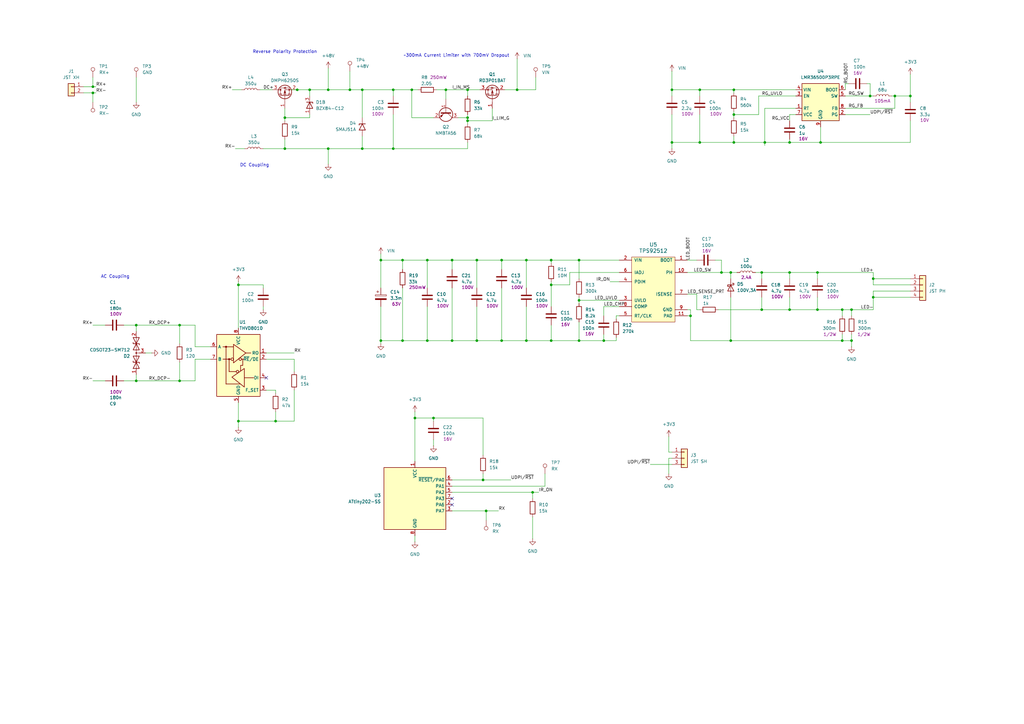
<source format=kicad_sch>
(kicad_sch (version 20231120) (generator "eeschema") (generator_version "8.0")
  (paper "A3")
  (junction (at 212.09 36.83))
  (junction (at 134.62 60.96))
  (junction (at 345.44 127))
  (junction (at 143.51 36.83))
  (junction (at 191.77 36.83))
  (junction (at 283.21 129.54))
  (junction (at 215.9 139.7))
  (junction (at 97.79 116.84))
  (junction (at 237.49 139.7))
  (junction (at 73.66 133.35))
  (junction (at 358.14 114.3))
  (junction (at 226.06 116.84))
  (junction (at 300.99 46.99))
  (junction (at 349.25 127))
  (junction (at 38.1 38.1))
  (junction (at 195.58 139.7))
  (junction (at 275.59 58.42))
  (junction (at 55.88 156.21))
  (junction (at 349.25 139.7))
  (junction (at 73.66 156.21))
  (junction (at 323.85 127))
  (junction (at 177.8 171.45))
  (junction (at 113.03 172.72))
  (junction (at 175.26 139.7))
  (junction (at 199.39 209.55))
  (junction (at 185.42 139.7))
  (junction (at 335.28 111.76))
  (junction (at 287.02 36.83))
  (junction (at 373.38 39.37))
  (junction (at 127 36.83))
  (junction (at 335.28 127))
  (junction (at 205.74 139.7))
  (junction (at 323.85 58.42))
  (junction (at 156.21 139.7))
  (junction (at 247.65 139.7))
  (junction (at 237.49 123.19))
  (junction (at 148.59 36.83))
  (junction (at 97.79 172.72))
  (junction (at 215.9 106.68))
  (junction (at 287.02 58.42))
  (junction (at 336.55 58.42))
  (junction (at 295.91 111.76))
  (junction (at 300.99 58.42))
  (junction (at 116.84 60.96))
  (junction (at 356.87 39.37))
  (junction (at 161.29 60.96))
  (junction (at 182.88 36.83))
  (junction (at 367.03 39.37))
  (junction (at 218.44 201.93))
  (junction (at 55.88 133.35))
  (junction (at 121.92 36.83))
  (junction (at 198.12 196.85))
  (junction (at 299.72 139.7))
  (junction (at 191.77 48.26))
  (junction (at 205.74 106.68))
  (junction (at 312.42 111.76))
  (junction (at 195.58 106.68))
  (junction (at 191.77 49.53))
  (junction (at 237.49 106.68))
  (junction (at 226.06 139.7))
  (junction (at 358.14 121.92))
  (junction (at 116.84 48.26))
  (junction (at 170.18 171.45))
  (junction (at 165.1 139.7))
  (junction (at 345.44 139.7))
  (junction (at 275.59 36.83))
  (junction (at 156.21 106.68))
  (junction (at 226.06 106.68))
  (junction (at 299.72 111.76))
  (junction (at 175.26 106.68))
  (junction (at 185.42 106.68))
  (junction (at 148.59 60.96))
  (junction (at 165.1 106.68))
  (junction (at 134.62 36.83))
  (junction (at 312.42 127))
  (junction (at 168.91 36.83))
  (junction (at 38.1 35.56))
  (junction (at 300.99 36.83))
  (junction (at 313.69 58.42))
  (junction (at 161.29 36.83))
  (junction (at 323.85 111.76))
  (no_connect (at 185.42 204.47))
  (no_connect (at 185.42 207.01))
  (no_connect (at 109.22 154.94))
  (wire (pts (xy 116.84 48.26) (xy 127 48.26)))
  (wire (pts (xy 80.01 133.35) (xy 80.01 142.24)))
  (wire (pts (xy 170.18 219.71) (xy 170.18 222.25)))
  (wire (pts (xy 358.14 114.3) (xy 373.38 114.3)))
  (wire (pts (xy 205.74 118.11) (xy 205.74 139.7)))
  (wire (pts (xy 168.91 48.26) (xy 177.8 48.26)))
  (wire (pts (xy 156.21 139.7) (xy 165.1 139.7)))
  (wire (pts (xy 121.92 36.83) (xy 127 36.83)))
  (wire (pts (xy 285.75 127) (xy 287.02 127)))
  (wire (pts (xy 275.59 58.42) (xy 287.02 58.42)))
  (wire (pts (xy 237.49 121.92) (xy 237.49 123.19)))
  (wire (pts (xy 237.49 123.19) (xy 254 123.19)))
  (wire (pts (xy 373.38 39.37) (xy 373.38 41.91)))
  (wire (pts (xy 96.52 60.96) (xy 100.33 60.96)))
  (wire (pts (xy 346.71 46.99) (xy 356.87 46.99)))
  (wire (pts (xy 55.88 156.21) (xy 55.88 153.67)))
  (wire (pts (xy 161.29 46.99) (xy 161.29 60.96)))
  (wire (pts (xy 195.58 139.7) (xy 185.42 139.7)))
  (wire (pts (xy 195.58 106.68) (xy 195.58 118.11)))
  (wire (pts (xy 106.68 36.83) (xy 111.76 36.83)))
  (wire (pts (xy 148.59 55.88) (xy 148.59 60.96)))
  (wire (pts (xy 233.68 111.76) (xy 254 111.76)))
  (wire (pts (xy 233.68 111.76) (xy 233.68 116.84)))
  (wire (pts (xy 185.42 201.93) (xy 218.44 201.93)))
  (wire (pts (xy 356.87 39.37) (xy 356.87 34.29)))
  (wire (pts (xy 148.59 36.83) (xy 148.59 48.26)))
  (wire (pts (xy 274.32 187.96) (xy 274.32 194.31)))
  (wire (pts (xy 365.76 39.37) (xy 367.03 39.37)))
  (wire (pts (xy 300.99 46.99) (xy 311.15 46.99)))
  (wire (pts (xy 156.21 106.68) (xy 156.21 118.11)))
  (wire (pts (xy 252.73 139.7) (xy 252.73 138.43)))
  (wire (pts (xy 127 36.83) (xy 127 39.37)))
  (wire (pts (xy 212.09 36.83) (xy 219.71 36.83)))
  (wire (pts (xy 177.8 172.72) (xy 177.8 171.45)))
  (wire (pts (xy 349.25 127) (xy 349.25 129.54)))
  (wire (pts (xy 300.99 36.83) (xy 300.99 38.1)))
  (wire (pts (xy 38.1 133.35) (xy 43.18 133.35)))
  (wire (pts (xy 349.25 139.7) (xy 345.44 139.7)))
  (wire (pts (xy 185.42 199.39) (xy 223.52 199.39)))
  (wire (pts (xy 312.42 127) (xy 323.85 127)))
  (wire (pts (xy 226.06 116.84) (xy 226.06 115.57)))
  (wire (pts (xy 345.44 127) (xy 349.25 127)))
  (wire (pts (xy 177.8 171.45) (xy 170.18 171.45)))
  (wire (pts (xy 345.44 127) (xy 345.44 129.54)))
  (wire (pts (xy 349.25 139.7) (xy 349.25 142.24)))
  (wire (pts (xy 156.21 106.68) (xy 165.1 106.68)))
  (wire (pts (xy 274.32 185.42) (xy 275.59 185.42)))
  (wire (pts (xy 107.95 60.96) (xy 116.84 60.96)))
  (wire (pts (xy 323.85 127) (xy 335.28 127)))
  (wire (pts (xy 59.69 144.78) (xy 62.23 144.78)))
  (wire (pts (xy 218.44 201.93) (xy 220.98 201.93)))
  (wire (pts (xy 198.12 171.45) (xy 198.12 186.69)))
  (wire (pts (xy 312.42 111.76) (xy 323.85 111.76)))
  (wire (pts (xy 281.94 129.54) (xy 283.21 129.54)))
  (wire (pts (xy 73.66 156.21) (xy 80.01 156.21)))
  (wire (pts (xy 168.91 36.83) (xy 171.45 36.83)))
  (wire (pts (xy 281.94 127) (xy 283.21 127)))
  (wire (pts (xy 311.15 39.37) (xy 326.39 39.37)))
  (wire (pts (xy 274.32 179.07) (xy 274.32 185.42)))
  (wire (pts (xy 97.79 172.72) (xy 97.79 175.26)))
  (wire (pts (xy 148.59 36.83) (xy 161.29 36.83)))
  (wire (pts (xy 38.1 38.1) (xy 34.29 38.1)))
  (wire (pts (xy 252.73 130.81) (xy 252.73 129.54)))
  (wire (pts (xy 323.85 58.42) (xy 323.85 57.15)))
  (wire (pts (xy 300.99 58.42) (xy 313.69 58.42)))
  (wire (pts (xy 336.55 52.07) (xy 336.55 58.42)))
  (wire (pts (xy 226.06 133.35) (xy 226.06 139.7)))
  (wire (pts (xy 198.12 196.85) (xy 209.55 196.85)))
  (wire (pts (xy 275.59 58.42) (xy 275.59 60.96)))
  (wire (pts (xy 73.66 133.35) (xy 73.66 140.97)))
  (wire (pts (xy 175.26 139.7) (xy 165.1 139.7)))
  (wire (pts (xy 120.65 160.02) (xy 120.65 172.72)))
  (wire (pts (xy 226.06 139.7) (xy 237.49 139.7)))
  (wire (pts (xy 252.73 129.54) (xy 254 129.54)))
  (wire (pts (xy 97.79 115.57) (xy 97.79 116.84)))
  (wire (pts (xy 143.51 36.83) (xy 148.59 36.83)))
  (wire (pts (xy 275.59 39.37) (xy 275.59 36.83)))
  (wire (pts (xy 182.88 40.64) (xy 182.88 36.83)))
  (wire (pts (xy 97.79 172.72) (xy 113.03 172.72)))
  (wire (pts (xy 185.42 106.68) (xy 185.42 110.49)))
  (wire (pts (xy 161.29 60.96) (xy 191.77 60.96)))
  (wire (pts (xy 313.69 44.45) (xy 326.39 44.45)))
  (wire (pts (xy 356.87 39.37) (xy 358.14 39.37)))
  (wire (pts (xy 179.07 36.83) (xy 182.88 36.83)))
  (wire (pts (xy 247.65 125.73) (xy 247.65 129.54)))
  (wire (pts (xy 287.02 46.99) (xy 287.02 58.42)))
  (wire (pts (xy 165.1 106.68) (xy 165.1 110.49)))
  (wire (pts (xy 358.14 114.3) (xy 358.14 116.84)))
  (wire (pts (xy 346.71 44.45) (xy 367.03 44.45)))
  (wire (pts (xy 237.49 132.08) (xy 237.49 139.7)))
  (wire (pts (xy 335.28 121.92) (xy 335.28 127)))
  (wire (pts (xy 281.94 111.76) (xy 295.91 111.76)))
  (wire (pts (xy 113.03 168.91) (xy 113.03 172.72)))
  (wire (pts (xy 367.03 39.37) (xy 373.38 39.37)))
  (wire (pts (xy 109.22 147.32) (xy 120.65 147.32)))
  (wire (pts (xy 201.93 49.53) (xy 201.93 44.45)))
  (wire (pts (xy 55.88 31.75) (xy 55.88 41.91)))
  (wire (pts (xy 237.49 106.68) (xy 254 106.68)))
  (wire (pts (xy 38.1 35.56) (xy 34.29 35.56)))
  (wire (pts (xy 266.7 190.5) (xy 275.59 190.5)))
  (wire (pts (xy 247.65 139.7) (xy 252.73 139.7)))
  (wire (pts (xy 156.21 125.73) (xy 156.21 139.7)))
  (wire (pts (xy 120.65 147.32) (xy 120.65 152.4)))
  (wire (pts (xy 356.87 34.29) (xy 355.6 34.29)))
  (wire (pts (xy 247.65 137.16) (xy 247.65 139.7)))
  (wire (pts (xy 38.1 156.21) (xy 43.18 156.21)))
  (wire (pts (xy 285.75 120.65) (xy 281.94 120.65)))
  (wire (pts (xy 177.8 180.34) (xy 177.8 182.88)))
  (wire (pts (xy 134.62 60.96) (xy 134.62 67.31)))
  (wire (pts (xy 39.37 38.1) (xy 38.1 38.1)))
  (wire (pts (xy 55.88 133.35) (xy 55.88 135.89)))
  (wire (pts (xy 299.72 121.92) (xy 299.72 139.7)))
  (wire (pts (xy 287.02 36.83) (xy 300.99 36.83)))
  (wire (pts (xy 313.69 58.42) (xy 323.85 58.42)))
  (wire (pts (xy 358.14 111.76) (xy 358.14 114.3)))
  (wire (pts (xy 275.59 29.21) (xy 275.59 36.83)))
  (wire (pts (xy 161.29 36.83) (xy 168.91 36.83)))
  (wire (pts (xy 199.39 209.55) (xy 204.47 209.55)))
  (wire (pts (xy 358.14 121.92) (xy 373.38 121.92)))
  (wire (pts (xy 313.69 59.69) (xy 313.69 58.42)))
  (wire (pts (xy 300.99 36.83) (xy 326.39 36.83)))
  (wire (pts (xy 311.15 46.99) (xy 311.15 39.37)))
  (wire (pts (xy 175.26 125.73) (xy 175.26 139.7)))
  (wire (pts (xy 300.99 45.72) (xy 300.99 46.99)))
  (wire (pts (xy 223.52 199.39) (xy 223.52 194.31)))
  (wire (pts (xy 346.71 36.83) (xy 346.71 34.29)))
  (wire (pts (xy 275.59 187.96) (xy 274.32 187.96)))
  (wire (pts (xy 195.58 106.68) (xy 205.74 106.68)))
  (wire (pts (xy 80.01 142.24) (xy 86.36 142.24)))
  (wire (pts (xy 299.72 111.76) (xy 299.72 114.3)))
  (wire (pts (xy 295.91 111.76) (xy 299.72 111.76)))
  (wire (pts (xy 219.71 36.83) (xy 219.71 31.75)))
  (wire (pts (xy 185.42 118.11) (xy 185.42 139.7)))
  (wire (pts (xy 336.55 58.42) (xy 373.38 58.42)))
  (wire (pts (xy 191.77 49.53) (xy 191.77 50.8)))
  (wire (pts (xy 215.9 125.73) (xy 215.9 139.7)))
  (wire (pts (xy 294.64 127) (xy 312.42 127)))
  (wire (pts (xy 134.62 36.83) (xy 134.62 27.94)))
  (wire (pts (xy 358.14 121.92) (xy 358.14 119.38)))
  (wire (pts (xy 323.85 58.42) (xy 336.55 58.42)))
  (wire (pts (xy 326.39 46.99) (xy 323.85 46.99)))
  (wire (pts (xy 182.88 36.83) (xy 191.77 36.83)))
  (wire (pts (xy 73.66 133.35) (xy 80.01 133.35)))
  (wire (pts (xy 195.58 125.73) (xy 195.58 139.7)))
  (wire (pts (xy 116.84 60.96) (xy 134.62 60.96)))
  (wire (pts (xy 191.77 48.26) (xy 191.77 46.99)))
  (wire (pts (xy 358.14 116.84) (xy 373.38 116.84)))
  (wire (pts (xy 226.06 107.95) (xy 226.06 106.68)))
  (wire (pts (xy 323.85 46.99) (xy 323.85 49.53)))
  (wire (pts (xy 38.1 31.75) (xy 38.1 35.56)))
  (wire (pts (xy 205.74 106.68) (xy 205.74 110.49)))
  (wire (pts (xy 50.8 156.21) (xy 55.88 156.21)))
  (wire (pts (xy 281.94 106.68) (xy 285.75 106.68)))
  (wire (pts (xy 295.91 111.76) (xy 295.91 106.68)))
  (wire (pts (xy 205.74 139.7) (xy 195.58 139.7)))
  (wire (pts (xy 283.21 139.7) (xy 299.72 139.7)))
  (wire (pts (xy 175.26 106.68) (xy 185.42 106.68)))
  (wire (pts (xy 134.62 60.96) (xy 148.59 60.96)))
  (wire (pts (xy 185.42 106.68) (xy 195.58 106.68)))
  (wire (pts (xy 39.37 35.56) (xy 38.1 35.56)))
  (wire (pts (xy 237.49 139.7) (xy 247.65 139.7)))
  (wire (pts (xy 109.22 144.78) (xy 120.65 144.78)))
  (wire (pts (xy 80.01 147.32) (xy 86.36 147.32)))
  (wire (pts (xy 237.49 106.68) (xy 237.49 114.3)))
  (wire (pts (xy 335.28 127) (xy 345.44 127)))
  (wire (pts (xy 373.38 49.53) (xy 373.38 58.42)))
  (wire (pts (xy 116.84 44.45) (xy 116.84 48.26)))
  (wire (pts (xy 199.39 209.55) (xy 199.39 213.36)))
  (wire (pts (xy 358.14 127) (xy 358.14 121.92)))
  (wire (pts (xy 299.72 111.76) (xy 302.26 111.76)))
  (wire (pts (xy 346.71 34.29) (xy 347.98 34.29)))
  (wire (pts (xy 335.28 111.76) (xy 335.28 114.3)))
  (wire (pts (xy 299.72 139.7) (xy 345.44 139.7)))
  (wire (pts (xy 323.85 111.76) (xy 335.28 111.76)))
  (wire (pts (xy 323.85 121.92) (xy 323.85 127)))
  (wire (pts (xy 165.1 106.68) (xy 175.26 106.68)))
  (wire (pts (xy 38.1 38.1) (xy 38.1 41.91)))
  (wire (pts (xy 127 48.26) (xy 127 46.99)))
  (wire (pts (xy 283.21 127) (xy 283.21 129.54)))
  (wire (pts (xy 349.25 137.16) (xy 349.25 139.7)))
  (wire (pts (xy 285.75 127) (xy 285.75 120.65)))
  (wire (pts (xy 97.79 116.84) (xy 97.79 134.62)))
  (wire (pts (xy 358.14 119.38) (xy 373.38 119.38)))
  (wire (pts (xy 226.06 116.84) (xy 226.06 125.73)))
  (wire (pts (xy 226.06 116.84) (xy 233.68 116.84)))
  (wire (pts (xy 55.88 156.21) (xy 73.66 156.21)))
  (wire (pts (xy 191.77 48.26) (xy 191.77 49.53)))
  (wire (pts (xy 191.77 36.83) (xy 191.77 39.37)))
  (wire (pts (xy 185.42 139.7) (xy 175.26 139.7)))
  (wire (pts (xy 275.59 46.99) (xy 275.59 58.42)))
  (wire (pts (xy 237.49 123.19) (xy 237.49 124.46)))
  (wire (pts (xy 313.69 44.45) (xy 313.69 58.42)))
  (wire (pts (xy 215.9 106.68) (xy 226.06 106.68)))
  (wire (pts (xy 168.91 36.83) (xy 168.91 48.26)))
  (wire (pts (xy 346.71 39.37) (xy 356.87 39.37)))
  (wire (pts (xy 97.79 116.84) (xy 107.95 116.84)))
  (wire (pts (xy 367.03 44.45) (xy 367.03 39.37)))
  (wire (pts (xy 300.99 55.88) (xy 300.99 58.42)))
  (wire (pts (xy 113.03 172.72) (xy 120.65 172.72)))
  (wire (pts (xy 191.77 49.53) (xy 201.93 49.53)))
  (wire (pts (xy 287.02 36.83) (xy 287.02 39.37)))
  (wire (pts (xy 215.9 139.7) (xy 205.74 139.7)))
  (wire (pts (xy 250.19 115.57) (xy 254 115.57)))
  (wire (pts (xy 323.85 111.76) (xy 323.85 114.3)))
  (wire (pts (xy 73.66 148.59) (xy 73.66 156.21)))
  (wire (pts (xy 107.95 116.84) (xy 107.95 118.11)))
  (wire (pts (xy 191.77 36.83) (xy 196.85 36.83)))
  (wire (pts (xy 55.88 133.35) (xy 73.66 133.35)))
  (wire (pts (xy 215.9 106.68) (xy 215.9 118.11)))
  (wire (pts (xy 198.12 194.31) (xy 198.12 196.85)))
  (wire (pts (xy 207.01 36.83) (xy 212.09 36.83)))
  (wire (pts (xy 80.01 156.21) (xy 80.01 147.32)))
  (wire (pts (xy 177.8 171.45) (xy 198.12 171.45)))
  (wire (pts (xy 97.79 165.1) (xy 97.79 172.72)))
  (wire (pts (xy 109.22 160.02) (xy 113.03 160.02)))
  (wire (pts (xy 275.59 36.83) (xy 287.02 36.83)))
  (wire (pts (xy 127 36.83) (xy 134.62 36.83)))
  (wire (pts (xy 134.62 36.83) (xy 143.51 36.83)))
  (wire (pts (xy 175.26 106.68) (xy 175.26 118.11)))
  (wire (pts (xy 345.44 137.16) (xy 345.44 139.7)))
  (wire (pts (xy 156.21 139.7) (xy 156.21 140.97)))
  (wire (pts (xy 300.99 46.99) (xy 300.99 48.26)))
  (wire (pts (xy 119.38 36.83) (xy 121.92 36.83)))
  (wire (pts (xy 156.21 104.14) (xy 156.21 106.68)))
  (wire (pts (xy 309.88 111.76) (xy 312.42 111.76)))
  (wire (pts (xy 218.44 201.93) (xy 218.44 204.47)))
  (wire (pts (xy 287.02 58.42) (xy 300.99 58.42)))
  (wire (pts (xy 191.77 58.42) (xy 191.77 60.96)))
  (wire (pts (xy 116.84 48.26) (xy 116.84 49.53)))
  (wire (pts (xy 165.1 118.11) (xy 165.1 139.7)))
  (wire (pts (xy 116.84 57.15) (xy 116.84 60.96)))
  (wire (pts (xy 50.8 133.35) (xy 55.88 133.35)))
  (wire (pts (xy 226.06 139.7) (xy 215.9 139.7)))
  (wire (pts (xy 185.42 196.85) (xy 198.12 196.85)))
  (wire (pts (xy 170.18 171.45) (xy 170.18 189.23)))
  (wire (pts (xy 312.42 111.76) (xy 312.42 114.3)))
  (wire (pts (xy 312.42 121.92) (xy 312.42 127)))
  (wire (pts (xy 187.96 48.26) (xy 191.77 48.26)))
  (wire (pts (xy 254 125.73) (xy 247.65 125.73)))
  (wire (pts (xy 205.74 106.68) (xy 215.9 106.68)))
  (wire (pts (xy 148.59 60.96) (xy 161.29 60.96)))
  (wire (pts (xy 113.03 160.02) (xy 113.03 161.29)))
  (wire (pts (xy 349.25 127) (xy 358.14 127)))
  (wire (pts (xy 295.91 106.68) (xy 293.37 106.68)))
  (wire (pts (xy 143.51 29.21) (xy 143.51 36.83)))
  (wire (pts (xy 373.38 30.48) (xy 373.38 39.37)))
  (wire (pts (xy 335.28 111.76) (xy 358.14 111.76)))
  (wire (pts (xy 218.44 220.98) (xy 218.44 212.09)))
  (wire (pts (xy 170.18 168.91) (xy 170.18 171.45)))
  (wire (pts (xy 185.42 209.55) (xy 199.39 209.55)))
  (wire (pts (xy 283.21 139.7) (xy 283.21 129.54)))
  (wire (pts (xy 212.09 24.13) (xy 212.09 36.83)))
  (wire (pts (xy 226.06 106.68) (xy 237.49 106.68)))
  (wire (pts (xy 99.06 36.83) (xy 95.25 36.83)))
  (wire (pts (xy 107.95 125.73) (xy 107.95 127)))
  (wire (pts (xy 161.29 36.83) (xy 161.29 39.37)))
  (text "Reverse Polarity Protection" (at 116.84 21.336 0) (effects (font (size 1.27 1.27))))
  (text "AC Coupling" (at 47.244 113.538 0) (effects (font (size 1.27 1.27))))
  (text "DC Coupling" (at 104.394 67.818 0) (effects (font (size 1.27 1.27))))
  (text "~300mA Current Limiter with 700mV Dropout" (at 187.198 22.86 0) (effects (font (size 1.27 1.27))))
  (label "IR_ON" (at 220.98 201.93 0))
  (label "LED_BOOT" (at 283.21 106.68 90))
  (label "RG_VCC" (at 323.85 49.53 180))
  (label "DC+" (at 107.95 36.83 0))
  (label "IR_ON" (at 250.19 115.57 180))
  (label "RX_DCP+" (at 60.96 133.35 0))
  (label "LED_UVLO" (at 243.84 123.19 0))
  (label "RX+" (at 38.1 133.35 180))
  (label "LED_SW" (at 284.48 111.76 0))
  (label "RX_DCP-" (at 60.96 156.21 0))
  (label "LED_SENSE_PRT" (at 281.94 120.65 0))
  (label "I_LIM_G" (at 201.93 49.53 0))
  (label "UDPI{slash}~{RST}" (at 209.55 196.85 0))
  (label "UDPI{slash}~{RST}" (at 356.87 46.99 0))
  (label "UDPI{slash}~{RST}" (at 266.7 190.5 180))
  (label "RG_UVLO" (at 312.42 39.37 0))
  (label "RG_SW" (at 347.98 39.37 0))
  (label "RX" (at 204.47 209.55 0))
  (label "RX" (at 120.65 144.78 0))
  (label "LED-" (at 353.06 127 0))
  (label "RX-" (at 96.52 60.96 180))
  (label "RG_BOOT" (at 347.98 34.29 90))
  (label "LED_CMP" (at 247.65 125.73 0))
  (label "I_IN_MS" (at 185.42 36.83 0))
  (label "RX-" (at 38.1 156.21 180))
  (label "LED+" (at 353.06 111.76 0))
  (label "RX-" (at 39.37 38.1 0))
  (label "RX+" (at 39.37 35.56 0))
  (label "RG_FB" (at 347.98 44.45 0))
  (label "RX+" (at 95.25 36.83 180))
  (symbol (lib_id "power:GND") (at 156.21 140.97 0) (unit 1)
    (property "Reference" "#PWR016" (effects (hide yes)))
    (property "Value" "GND" (at 156.21 146.05 0))
    (property "Description" "Power symbol creates a global label with name \"GND\" , ground" (effects (hide yes)))
  )
  (symbol (lib_id "power:GND") (at 177.8 182.88 0) (unit 1)
    (property "Reference" "#PWR025" (effects (hide yes)))
    (property "Value" "GND" (at 177.8 187.96 0))
    (property "Description" "Power symbol creates a global label with name \"GND\" , ground" (effects (hide yes)))
  )
  (symbol (lib_id "Device:C") (at 175.26 121.92 0) (unit 1)
    (property "Reference" "C10" (at 179.07 120.6499 0) (effects (justify left)))
    (property "Value" "4.7u" (at 179.07 123.1899 0) (effects (justify left)))
    (property "Footprint" "Capacitor_SMD:C_1210_3225Metric" (effects (hide yes)))
    (property "Description" "Unpolarized capacitor" (effects (hide yes)))
    (property "Rated Voltage" "100V" (at 181.61 125.476 0))
    (property "Dielectric" "X7R" (effects (hide yes)))
  )
  (symbol (lib_id "Device:R") (at 218.44 208.28 0) (unit 1)
    (property "Reference" "R10" (at 220.98 207.0099 0) (effects (justify left)))
    (property "Value" "15k" (at 220.98 209.5499 0) (effects (justify left)))
    (property "Footprint" "Resistor_SMD:R_0402_1005Metric" (effects (hide yes)))
    (property "Description" "Resistor" (effects (hide yes)))
  )
  (symbol (lib_id "power:GND") (at 134.62 67.31 0) (unit 1)
    (property "Reference" "#PWR08" (effects (hide yes)))
    (property "Value" "GND" (at 134.62 72.39 0))
    (property "Description" "Power symbol creates a global label with name \"GND\" , ground" (effects (hide yes)))
  )
  (symbol (lib_id "Device:C") (at 161.29 43.18 0) (mirror y) (unit 1)
    (property "Reference" "C3" (at 157.48 41.9099 0) (effects (justify left)))
    (property "Value" "100n" (at 157.48 44.4499 0) (effects (justify left)))
    (property "Footprint" "Capacitor_SMD:C_0603_1608Metric" (effects (hide yes)))
    (property "Description" "Unpolarized capacitor" (effects (hide yes)))
    (property "Dielectric" "X7R" (effects (hide yes)))
    (property "Rated Voltage" "100V" (at 154.94 46.736 0))
  )
  (symbol (lib_id "Connector_Generic:Conn_01x04") (at 378.46 116.84 0) (unit 1)
    (property "Reference" "J2" (at 381 116.8399 0) (effects (justify left)))
    (property "Value" "JST PH" (at 381 119.3799 0) (effects (justify left)))
    (property "Footprint" "Connector_JST:JST_PH_B4B-PH-SM4-TB_1x04-1MP_P2.00mm_Vertical" (effects (hide yes)))
    (property "Description" "Generic connector, single row, 01x04, script generated (kicad-library-utils/schlib/autogen/connector/)" (effects (hide yes)))
  )
  (symbol (lib_id "power:+48V") (at 275.59 29.21 0) (unit 1)
    (property "Reference" "#PWR03" (effects (hide yes)))
    (property "Value" "VIN" (at 278.13 27.9399 0) (effects (justify left)))
    (property "Description" "Power symbol creates a global label with name \"+48V\"" (effects (hide yes)))
  )
  (symbol (lib_id "Device:L") (at 104.14 60.96 90) (unit 1)
    (property "Reference" "L3" (at 104.14 55.88 90))
    (property "Value" "350u" (at 104.14 58.42 90))
    (property "Footprint" "fort:L_Bourns-SRN8040_8x8.15mm" (effects (hide yes)))
    (property "Datasheet" "https://www.bourns.com/docs/Product-Datasheets/SRN8040TA.pdf" (effects (hide yes)))
    (property "Description" "Inductor" (effects (hide yes)))
    (property "MPN" "SRN8040TA-331M" (effects (hide yes)))
  )
  (symbol (lib_id "Device:C") (at 46.99 156.21 90) (mirror x) (unit 1)
    (property "Reference" "C9" (at 44.958 165.6081 90) (effects (justify right)))
    (property "Value" "180n" (at 44.958 163.0681 90) (effects (justify right)))
    (property "Footprint" "Capacitor_SMD:C_1206_3216Metric" (effects (hide yes)))
    (property "Description" "Unpolarized capacitor" (effects (hide yes)))
    (property "Rated Voltage" "100V" (at 47.498 160.782 90))
    (property "Dielectric" "X7R" (effects (hide yes)))
  )
  (symbol (lib_id "Connector:TestPoint") (at 219.71 31.75 0) (unit 1)
    (property "Reference" "TP5" (at 222.25 27.1779 0) (effects (justify left)))
    (property "Value" "VIN" (at 222.25 29.7179 0) (effects (justify left)))
    (property "Footprint" "fort:TestPoint_Keystone_5019_Minature" (effects (hide yes)))
    (property "Description" "test point" (effects (hide yes)))
    (property "MPN" "5019" (effects (hide yes)))
  )
  (symbol (lib_id "Device:R") (at 300.99 41.91 0) (unit 1)
    (property "Reference" "R4" (at 303.53 40.6399 0) (effects (justify left)))
    (property "Value" "560k" (at 303.53 43.1799 0) (effects (justify left)))
    (property "Footprint" "Resistor_SMD:R_0402_1005Metric" (effects (hide yes)))
    (property "Description" "Resistor" (effects (hide yes)))
  )
  (symbol (lib_id "power:GND") (at 349.25 142.24 0) (unit 1)
    (property "Reference" "#PWR018" (effects (hide yes)))
    (property "Value" "GND" (at 349.25 147.32 0))
    (property "Description" "Power symbol creates a global label with name \"GND\" , ground" (effects (hide yes)))
  )
  (symbol (lib_id "Device:C") (at 107.95 121.92 0) (mirror y) (unit 1)
    (property "Reference" "C2" (at 104.14 120.6499 0) (effects (justify left)))
    (property "Value" "100n" (at 104.14 123.1899 0) (effects (justify left)))
    (property "Footprint" "Capacitor_SMD:C_0402_1005Metric" (effects (hide yes)))
    (property "Description" "Unpolarized capacitor" (effects (hide yes)))
    (property "Rated Voltage" "16V" (effects (hide yes)))
    (property "Dielectric" "X7R" (effects (hide yes)))
  )
  (symbol (lib_id "power:GND") (at 55.88 41.91 0) (unit 1)
    (property "Reference" "#PWR09" (effects (hide yes)))
    (property "Value" "GND" (at 55.88 46.99 0))
    (property "Description" "Power symbol creates a global label with name \"GND\" , ground" (effects (hide yes)))
  )
  (symbol (lib_id "Device:D_Zener_Dual_CommonAnode_AKK_Split") (at 127 43.18 90) (unit 2)
    (property "Reference" "D1" (at 129.54 41.9099 90) (effects (justify right)))
    (property "Value" "BZX84-C12" (at 129.54 44.4499 90) (effects (justify right)))
    (property "Footprint" "Package_TO_SOT_SMD:SOT-23" (effects (hide yes)))
    (property "Datasheet" "https://assets.nexperia.com/documents/data-sheet/BZX84_SER.pdf" (effects (hide yes)))
    (property "Description" "Vr=12V" (effects (hide yes)))
    (property "MPN" "BZX84-C12" (effects (hide yes)))
  )
  (symbol (lib_id "Device:L") (at 102.87 36.83 270) (mirror x) (unit 1)
    (property "Reference" "L4" (at 102.87 31.75 90))
    (property "Value" "350u" (at 102.87 34.29 90))
    (property "Footprint" "fort:L_Bourns-SRN8040_8x8.15mm" (effects (hide yes)))
    (property "Datasheet" "https://www.bourns.com/docs/Product-Datasheets/SRN8040TA.pdf" (effects (hide yes)))
    (property "Description" "Inductor" (effects (hide yes)))
    (property "MPN" "SRN8040TA-331M" (effects (hide yes)))
  )
  (symbol (lib_id "Device:R") (at 113.03 165.1 0) (unit 1)
    (property "Reference" "R2" (at 115.57 163.8299 0) (effects (justify left)))
    (property "Value" "47k" (at 115.57 166.3699 0) (effects (justify left)))
    (property "Footprint" "Resistor_SMD:R_0402_1005Metric" (effects (hide yes)))
    (property "Description" "Resistor" (effects (hide yes)))
  )
  (symbol (lib_id "Device:R") (at 252.73 134.62 0) (unit 1)
    (property "Reference" "R12" (at 255.27 133.3499 0) (effects (justify left)))
    (property "Value" "270k" (at 255.27 135.8899 0) (effects (justify left)))
    (property "Footprint" "Resistor_SMD:R_0402_1005Metric" (effects (hide yes)))
    (property "Description" "Resistor" (effects (hide yes)))
  )
  (symbol (lib_id "Device:Q_PMOS_GDS") (at 201.93 39.37 270) (mirror x) (unit 1)
    (property "Reference" "Q1" (at 201.93 30.48 90))
    (property "Value" "RD3P01BAT" (at 201.93 33.02 90))
    (property "Footprint" "Package_TO_SOT_SMD:TO-252-2" (effects (hide yes)))
    (property "Datasheet" "https://fscdn.rohm.com/en/products/databook/datasheet/discrete/transistor/mosfet/rd3p01battl1-e.pdf" (effects (hide yes)))
    (property "Description" "P-MOSFET transistor, gate/drain/source" (effects (hide yes)))
  )
  (symbol (lib_id "Device:C") (at 185.42 114.3 0) (unit 1)
    (property "Reference" "C21" (at 189.23 113.0299 0) (effects (justify left)))
    (property "Value" "4.7u" (at 189.23 115.5699 0) (effects (justify left)))
    (property "Footprint" "Capacitor_SMD:C_1210_3225Metric" (effects (hide yes)))
    (property "Description" "Unpolarized capacitor" (effects (hide yes)))
    (property "Rated Voltage" "100V" (at 191.77 117.856 0))
    (property "Dielectric" "X7R" (effects (hide yes)))
  )
  (symbol (lib_id "Device:R") (at 191.77 43.18 0) (unit 1)
    (property "Reference" "R6" (at 194.31 41.9099 0) (effects (justify left)))
    (property "Value" "33k" (at 194.31 44.4499 0) (effects (justify left)))
    (property "Footprint" "Resistor_SMD:R_0402_1005Metric" (effects (hide yes)))
    (property "Description" "Resistor" (effects (hide yes)))
  )
  (symbol (lib_id "Device:R") (at 175.26 36.83 90) (unit 1)
    (property "Reference" "R8" (at 172.72 31.75 90) (effects (justify right)))
    (property "Value" "2.05" (at 172.72 34.29 90) (effects (justify right)))
    (property "Footprint" "Resistor_SMD:R_1206_3216Metric" (effects (hide yes)))
    (property "Description" "Resistor" (effects (hide yes)))
    (property "Power Rating" "250mW" (at 179.832 31.75 90))
  )
  (symbol (lib_id "power:GND") (at 170.18 222.25 0) (unit 1)
    (property "Reference" "#PWR026" (effects (hide yes)))
    (property "Value" "GND" (at 170.18 227.33 0))
    (property "Description" "Power symbol creates a global label with name \"GND\" , ground" (effects (hide yes)))
  )
  (symbol (lib_id "Connector:TestPoint") (at 223.52 194.31 0) (unit 1)
    (property "Reference" "TP7" (at 226.06 189.7379 0) (effects (justify left)))
    (property "Value" "RX" (at 226.06 192.2779 0) (effects (justify left)))
    (property "Footprint" "fort:TestPoint_Keystone_5019_Minature" (effects (hide yes)))
    (property "Description" "test point" (effects (hide yes)))
    (property "MPN" "5019" (effects (hide yes)))
  )
  (symbol (lib_id "Device:Q_PMOS_GSD") (at 116.84 39.37 90) (unit 1)
    (property "Reference" "Q3" (at 116.84 30.48 90))
    (property "Value" "DMPH6250S" (at 116.84 33.02 90))
    (property "Footprint" "Package_TO_SOT_SMD:SOT-23" (effects (hide yes)))
    (property "Datasheet" "https://www.diodes.com/assets/Datasheets/DMPH6250S.pdf" (effects (hide yes)))
    (property "Description" "P-MOSFET transistor, gate/source/drain" (effects (hide yes)))
    (property "MPN" "DMPH6250S" (effects (hide yes)))
  )
  (symbol (lib_id "Device:D_Schottky") (at 299.72 118.11 270) (unit 1)
    (property "Reference" "D5" (at 302.26 116.5224 90) (effects (justify left)))
    (property "Value" "100V,3A" (at 302.26 119.0624 90) (effects (justify left)))
    (property "Footprint" "Diode_SMD:D_SMA" (effects (hide yes)))
    (property "Description" "Schottky diode" (effects (hide yes)))
    (property "MPN" "SK3BA" (effects (hide yes)))
  )
  (symbol (lib_id "power:+3V3") (at 170.18 168.91 0) (unit 1)
    (property "Reference" "#PWR024" (effects (hide yes)))
    (property "Value" "+3V3" (at 170.18 163.83 0))
    (property "Description" "Power symbol creates a global label with name \"+3V3\"" (effects (hide yes)))
  )
  (symbol (lib_id "Connector:TestPoint") (at 55.88 31.75 0) (unit 1)
    (property "Reference" "TP3" (at 58.42 27.1779 0) (effects (justify left)))
    (property "Value" "GND" (at 58.42 29.7179 0) (effects (justify left)))
    (property "Footprint" "fort:TestPoint_Keystone_5019_Minature" (effects (hide yes)))
    (property "Description" "test point" (effects (hide yes)))
    (property "MPN" "5019" (effects (hide yes)))
  )
  (symbol (lib_id "Device:C") (at 335.28 118.11 0) (unit 1)
    (property "Reference" "C20" (at 339.09 116.8399 0) (effects (justify left)))
    (property "Value" "100n" (at 339.09 119.3799 0) (effects (justify left)))
    (property "Footprint" "Capacitor_SMD:C_0603_1608Metric" (effects (hide yes)))
    (property "Description" "Unpolarized capacitor" (effects (hide yes)))
    (property "Dielectric" "X7R" (effects (hide yes)))
    (property "Rated Voltage" "100V" (at 341.63 121.666 0))
  )
  (symbol (lib_id "fort:LMR36500P3RPE") (at 336.55 41.91 0) (unit 1)
    (property "Reference" "U4" (at 336.55 29.21 0))
    (property "Value" "LMR36500P3RPE" (at 336.55 31.75 0))
    (property "Footprint" "fort:Texas_VQFN-HR-9_2.1x2.1mm_P0.5mm" (effects (hide yes)))
    (property "Datasheet" "http://www.ti.com/lit/ds/symlink/lmr36500.pdf" (effects (hide yes)))
    (property "Description" "Synchronous Buck Regulator, Vin=3-65V, Iout=50mA, F=0.2-2.2MHz, Adjustable output voltage, PFM at light load, VQFN-HR RPE" (effects (hide yes)))
  )
  (symbol (lib_id "Device:C") (at 226.06 129.54 0) (unit 1)
    (property "Reference" "C11" (at 229.87 128.2699 0) (effects (justify left)))
    (property "Value" "100n" (at 229.87 130.8099 0) (effects (justify left)))
    (property "Footprint" "Capacitor_SMD:C_0402_1005Metric" (effects (hide yes)))
    (property "Description" "Unpolarized capacitor" (effects (hide yes)))
    (property "Rated Voltage" "16V" (at 231.902 133.096 0))
    (property "Dielectric" "X7R" (effects (hide yes)))
  )
  (symbol (lib_id "power:+48V") (at 212.09 24.13 0) (unit 1)
    (property "Reference" "#PWR010" (effects (hide yes)))
    (property "Value" "VIN" (at 214.63 22.8599 0) (effects (justify left)))
    (property "Description" "Power symbol creates a global label with name \"+48V\"" (effects (hide yes)))
  )
  (symbol (lib_id "Device:C") (at 289.56 106.68 90) (unit 1)
    (property "Reference" "C17" (at 287.782 98.0439 90) (effects (justify right)))
    (property "Value" "100n" (at 287.782 100.5839 90) (effects (justify right)))
    (property "Footprint" "Capacitor_SMD:C_0402_1005Metric" (effects (hide yes)))
    (property "Description" "Unpolarized capacitor" (effects (hide yes)))
    (property "Rated Voltage" "16V" (at 289.814 102.87 90))
    (property "Dielectric" "X7R" (effects (hide yes)))
  )
  (symbol (lib_id "power:+48V") (at 134.62 27.94 0) (unit 1)
    (property "Reference" "#PWR06" (effects (hide yes)))
    (property "Value" "+48V" (at 134.62 22.86 0))
    (property "Description" "Power symbol creates a global label with name \"+48V\"" (effects (hide yes)))
  )
  (symbol (lib_id "Device:R") (at 300.99 52.07 0) (unit 1)
    (property "Reference" "R5" (at 303.53 50.7999 0) (effects (justify left)))
    (property "Value" "15k" (at 303.53 53.3399 0) (effects (justify left)))
    (property "Footprint" "Resistor_SMD:R_0402_1005Metric" (effects (hide yes)))
    (property "Description" "Resistor" (effects (hide yes)))
  )
  (symbol (lib_id "Connector_Generic:Conn_01x03") (at 280.67 187.96 0) (unit 1)
    (property "Reference" "J3" (at 283.21 186.6899 0) (effects (justify left)))
    (property "Value" "JST SH" (at 283.21 189.2299 0) (effects (justify left)))
    (property "Footprint" "Connector_JST:JST_SH_BM03B-SRSS-TB_1x03-1MP_P1.00mm_Vertical" (effects (hide yes)))
    (property "Description" "Generic connector, single row, 01x03, script generated (kicad-library-utils/schlib/autogen/connector/)" (effects (hide yes)))
  )
  (symbol (lib_id "Device:R") (at 116.84 53.34 0) (unit 1)
    (property "Reference" "R9" (at 119.38 52.0699 0) (effects (justify left)))
    (property "Value" "15k" (at 119.38 54.6099 0) (effects (justify left)))
    (property "Footprint" "Resistor_SMD:R_0402_1005Metric" (effects (hide yes)))
    (property "Description" "Resistor" (effects (hide yes)))
  )
  (symbol (lib_id "Device:R") (at 345.44 133.35 0) (mirror y) (unit 1)
    (property "Reference" "R16" (at 342.9 132.0799 0) (effects (justify left)))
    (property "Value" "300m" (at 342.9 134.6199 0) (effects (justify left)))
    (property "Footprint" "Resistor_SMD:R_1206_3216Metric" (effects (hide yes)))
    (property "Description" "Resistor" (effects (hide yes)))
    (property "Power Rated" "1/2W" (at 340.36 137.16 0))
  )
  (symbol (lib_id "Device:Q_PNP_BEC") (at 182.88 45.72 270) (unit 1)
    (property "Reference" "Q2" (at 182.88 52.07 90))
    (property "Value" "NMBTA56" (at 182.88 54.61 90))
    (property "Footprint" "Package_TO_SOT_SMD:SOT-23" (effects (hide yes)))
    (property "Description" "PNP transistor, base/emitter/collector" (effects (hide yes)))
  )
  (symbol (lib_id "Device:R") (at 191.77 54.61 0) (unit 1)
    (property "Reference" "R7" (at 194.31 53.3399 0) (effects (justify left)))
    (property "Value" "68k" (at 194.31 55.8799 0) (effects (justify left)))
    (property "Footprint" "Resistor_SMD:R_0402_1005Metric" (effects (hide yes)))
    (property "Description" "Resistor" (effects (hide yes)))
  )
  (symbol (lib_id "Device:C") (at 177.8 176.53 0) (unit 1)
    (property "Reference" "C22" (at 181.61 175.2599 0) (effects (justify left)))
    (property "Value" "100n" (at 181.61 177.7999 0) (effects (justify left)))
    (property "Footprint" "Capacitor_SMD:C_0402_1005Metric" (effects (hide yes)))
    (property "Description" "Unpolarized capacitor" (effects (hide yes)))
    (property "Rated Voltage" "16V" (at 183.642 180.086 0))
    (property "Dielectric" "X7R" (effects (hide yes)))
  )
  (symbol (lib_id "Connector:TestPoint") (at 38.1 41.91 180) (unit 1)
    (property "Reference" "TP2" (at 40.64 43.9419 0) (effects (justify right)))
    (property "Value" "RX-" (at 40.64 46.4819 0) (effects (justify right)))
    (property "Footprint" "fort:TestPoint_Keystone_5019_Minature" (effects (hide yes)))
    (property "Description" "test point" (effects (hide yes)))
    (property "MPN" "5019" (effects (hide yes)))
  )
  (symbol (lib_id "Device:C") (at 373.38 45.72 0) (unit 1)
    (property "Reference" "C8" (at 377.19 44.4499 0) (effects (justify left)))
    (property "Value" "3.3u" (at 377.19 46.9899 0) (effects (justify left)))
    (property "Footprint" "Capacitor_SMD:C_0805_2012Metric" (effects (hide yes)))
    (property "Description" "Unpolarized capacitor" (effects (hide yes)))
    (property "Rated Voltage" "10V" (at 379.222 49.276 0))
    (property "Dielectric" "X7R" (effects (hide yes)))
  )
  (symbol (lib_id "power:GND") (at 274.32 194.31 0) (unit 1)
    (property "Reference" "#PWR028" (effects (hide yes)))
    (property "Value" "GND" (at 274.32 199.39 0))
    (property "Description" "Power symbol creates a global label with name \"GND\" , ground" (effects (hide yes)))
  )
  (symbol (lib_id "Device:C") (at 247.65 133.35 0) (mirror y) (unit 1)
    (property "Reference" "C15" (at 243.84 132.0799 0) (effects (justify left)))
    (property "Value" "100n" (at 243.84 134.6199 0) (effects (justify left)))
    (property "Footprint" "Capacitor_SMD:C_0402_1005Metric" (effects (hide yes)))
    (property "Description" "Unpolarized capacitor" (effects (hide yes)))
    (property "Rated Voltage" "16V" (at 241.808 136.906 0))
    (property "Dielectric" "X7R" (effects (hide yes)))
  )
  (symbol (lib_id "Device:R") (at 237.49 128.27 0) (unit 1)
    (property "Reference" "R14" (at 240.03 126.9999 0) (effects (justify left)))
    (property "Value" "8.2k" (at 240.03 129.5399 0) (effects (justify left)))
    (property "Footprint" "Resistor_SMD:R_0402_1005Metric" (effects (hide yes)))
    (property "Description" "Resistor" (effects (hide yes)))
  )
  (symbol (lib_id "Device:L") (at 306.07 111.76 90) (unit 1)
    (property "Reference" "L2" (at 306.07 106.68 90))
    (property "Value" "100u" (at 306.07 109.22 90))
    (property "Footprint" "Inductor_SMD:L_Bourns_SRP1050WA" (effects (hide yes)))
    (property "Description" "Inductor" (effects (hide yes)))
    (property "MPN" "SRP1050WA-101M" (effects (hide yes)))
    (property "Rated Current" "2.4A" (at 306.07 113.792 90))
  )
  (symbol (lib_id "Connector:TestPoint") (at 143.51 29.21 0) (unit 1)
    (property "Reference" "TP4" (at 146.05 24.6379 0) (effects (justify left)))
    (property "Value" "+48V" (at 146.05 27.1779 0) (effects (justify left)))
    (property "Footprint" "fort:TestPoint_Keystone_5019_Minature" (effects (hide yes)))
    (property "Description" "test point" (effects (hide yes)))
    (property "MPN" "5019" (effects (hide yes)))
  )
  (symbol (lib_id "Device:R") (at 165.1 114.3 0) (unit 1)
    (property "Reference" "R19" (at 167.64 113.0299 0) (effects (justify left)))
    (property "Value" "33k" (at 167.64 115.5699 0) (effects (justify left)))
    (property "Footprint" "Resistor_SMD:R_0805_2012Metric" (effects (hide yes)))
    (property "Description" "Resistor" (effects (hide yes)))
    (property "Power Rating" "250mW" (at 171.196 117.856 0))
  )
  (symbol (lib_id "Device:C") (at 323.85 53.34 0) (unit 1)
    (property "Reference" "C6" (at 327.66 52.0699 0) (effects (justify left)))
    (property "Value" "1u" (at 327.66 54.6099 0) (effects (justify left)))
    (property "Footprint" "Capacitor_SMD:C_0603_1608Metric" (effects (hide yes)))
    (property "Description" "Unpolarized capacitor" (effects (hide yes)))
    (property "Rated Voltage" "16V" (at 329.438 56.896 0))
    (property "Dielectric" "X7R" (effects (hide yes)))
  )
  (symbol (lib_id "Connector:TestPoint") (at 199.39 213.36 180) (unit 1)
    (property "Reference" "TP6" (at 201.93 215.3919 0) (effects (justify right)))
    (property "Value" "RX" (at 201.93 217.9319 0) (effects (justify right)))
    (property "Footprint" "fort:TestPoint_Keystone_5019_Minature" (effects (hide yes)))
    (property "Description" "test point" (effects (hide yes)))
    (property "MPN" "5019" (effects (hide yes)))
  )
  (symbol (lib_id "power:+3V3") (at 373.38 30.48 0) (unit 1)
    (property "Reference" "#PWR014" (effects (hide yes)))
    (property "Value" "+3V3" (at 373.38 25.4 0))
    (property "Description" "Power symbol creates a global label with name \"+3V3\"" (effects (hide yes)))
  )
  (symbol (lib_id "Diode:SMAJ58A") (at 148.59 52.07 90) (mirror x) (unit 1)
    (property "Reference" "D4" (at 146.05 50.546 90) (effects (justify left)))
    (property "Value" "SMAJ51A" (at 146.05 53.086 90) (effects (justify left)))
    (property "Footprint" "Diode_SMD:D_SMA" (effects (hide yes)))
    (property "Datasheet" "https://www.littelfuse.com/media?resourcetype=datasheets&itemid=75e32973-b177-4ee3-a0ff-cedaf1abdb93&filename=smaj-datasheet" (effects (hide yes)))
    (property "Description" "400W unidirectional Transient Voltage Suppressor, 58.0Vr, SMA(DO-214AC)" (effects (hide yes)))
    (property "MPN" "SMAJ51A" (effects (hide yes)))
  )
  (symbol (lib_id "Device:C") (at 287.02 43.18 0) (unit 1)
    (property "Reference" "C4" (at 290.83 41.9099 0) (effects (justify left)))
    (property "Value" "100n" (at 290.83 44.4499 0) (effects (justify left)))
    (property "Footprint" "Capacitor_SMD:C_0603_1608Metric" (effects (hide yes)))
    (property "Description" "Unpolarized capacitor" (effects (hide yes)))
    (property "Rated Voltage" "100V" (at 293.624 46.736 0))
    (property "Dielectric" "X7R" (effects (hide yes)))
  )
  (symbol (lib_id "Device:C") (at 312.42 118.11 0) (unit 1)
    (property "Reference" "C18" (at 316.23 116.8399 0) (effects (justify left)))
    (property "Value" "4.7u" (at 316.23 119.3799 0) (effects (justify left)))
    (property "Footprint" "Capacitor_SMD:C_1210_3225Metric" (effects (hide yes)))
    (property "Description" "Unpolarized capacitor" (effects (hide yes)))
    (property "Rated Voltage" "100V" (at 318.77 121.666 0))
    (property "Dielectric" "X7R" (effects (hide yes)))
  )
  (symbol (lib_id "Connector_Generic:Conn_01x02") (at 29.21 35.56 0) (mirror y) (unit 1)
    (property "Reference" "J1" (at 29.21 29.21 0))
    (property "Value" "JST XH" (at 29.21 31.75 0))
    (property "Footprint" "Connector_JST:JST_XH_B2B-XH-AM_1x02_P2.50mm_Vertical" (effects (hide yes)))
    (property "Description" "Generic connector, single row, 01x02, script generated (kicad-library-utils/schlib/autogen/connector/)" (effects (hide yes)))
    (property "MPN" "B2B-XH-AM" (effects (hide yes)))
  )
  (symbol (lib_id "Device:C_Polarized") (at 156.21 121.92 0) (unit 1)
    (property "Reference" "C14" (at 160.02 119.7609 0) (effects (justify left)))
    (property "Value" "3.3m" (at 160.02 122.3009 0) (effects (justify left)))
    (property "Footprint" "Capacitor_THT:CP_Radial_D22.0mm_P10.00mm_SnapIn" (effects (hide yes)))
    (property "Description" "Polarized capacitor" (effects (hide yes)))
    (property "MPN" "B41231A8338M000" (effects (hide yes)))
    (property "Rated Voltage" "63V" (at 162.56 124.714 0))
  )
  (symbol (lib_id "power:GND") (at 62.23 144.78 90) (unit 1)
    (property "Reference" "#PWR02" (effects (hide yes)))
    (property "Value" "GND" (at 66.04 144.7799 90) (effects (justify right)))
    (property "Description" "Power symbol creates a global label with name \"GND\" , ground" (effects (hide yes)))
  )
  (symbol (lib_id "Connector:TestPoint") (at 38.1 31.75 0) (unit 1)
    (property "Reference" "TP1" (at 40.64 27.1779 0) (effects (justify left)))
    (property "Value" "RX+" (at 40.64 29.7179 0) (effects (justify left)))
    (property "Footprint" "fort:TestPoint_Keystone_5019_Minature" (effects (hide yes)))
    (property "Description" "test point" (effects (hide yes)))
    (property "MPN" "5019" (effects (hide yes)))
  )
  (symbol (lib_id "Device:C") (at 195.58 121.92 0) (unit 1)
    (property "Reference" "C12" (at 199.39 120.6499 0) (effects (justify left)))
    (property "Value" "4.7u" (at 199.39 123.1899 0) (effects (justify left)))
    (property "Footprint" "Capacitor_SMD:C_1210_3225Metric" (effects (hide yes)))
    (property "Description" "Unpolarized capacitor" (effects (hide yes)))
    (property "Rated Voltage" "100V" (at 201.93 125.476 0))
    (property "Dielectric" "X7R" (effects (hide yes)))
  )
  (symbol (lib_id "Device:L") (at 361.95 39.37 90) (unit 1)
    (property "Reference" "L1" (at 361.95 34.29 90))
    (property "Value" "68u" (at 361.95 36.83 90))
    (property "Footprint" "Inductor_SMD:L_Murata_LQH2MCNxxxx02_2.0x1.6mm" (effects (hide yes)))
    (property "Description" "Inductor" (effects (hide yes)))
    (property "MPN" "LQH2MPN680MGRL" (effects (hide yes)))
    (property "Rated Current" "105mA" (at 361.95 41.402 90))
  )
  (symbol (lib_id "Device:R") (at 120.65 156.21 0) (unit 1)
    (property "Reference" "R1" (at 123.19 154.9399 0) (effects (justify left)))
    (property "Value" "15k" (at 123.19 157.4799 0) (effects (justify left)))
    (property "Footprint" "Resistor_SMD:R_0402_1005Metric" (effects (hide yes)))
    (property "Description" "Resistor" (effects (hide yes)))
  )
  (symbol (lib_id "Device:R") (at 73.66 144.78 0) (unit 1)
    (property "Reference" "R3" (at 76.2 143.5099 0) (effects (justify left)))
    (property "Value" "120" (at 76.2 146.0499 0) (effects (justify left)))
    (property "Footprint" "Resistor_SMD:R_0402_1005Metric" (effects (hide yes)))
    (property "Description" "Resistor" (effects (hide yes)))
  )
  (symbol (lib_id "Device:C") (at 215.9 121.92 0) (unit 1)
    (property "Reference" "C16" (at 219.71 120.6499 0) (effects (justify left)))
    (property "Value" "100n" (at 219.71 123.1899 0) (effects (justify left)))
    (property "Footprint" "Capacitor_SMD:C_0603_1608Metric" (effects (hide yes)))
    (property "Description" "Unpolarized capacitor" (effects (hide yes)))
    (property "Dielectric" "X7R" (effects (hide yes)))
    (property "Rated Voltage" "100V" (at 222.25 125.476 0))
  )
  (symbol (lib_id "power:+3V3") (at 274.32 179.07 0) (unit 1)
    (property "Reference" "#PWR027" (effects (hide yes)))
    (property "Value" "+3V3" (at 274.32 173.99 0))
    (property "Description" "Power symbol creates a global label with name \"+3V3\"" (effects (hide yes)))
  )
  (symbol (lib_id "Device:C") (at 323.85 118.11 0) (unit 1)
    (property "Reference" "C19" (at 327.66 116.8399 0) (effects (justify left)))
    (property "Value" "4.7u" (at 327.66 119.3799 0) (effects (justify left)))
    (property "Footprint" "Capacitor_SMD:C_1210_3225Metric" (effects (hide yes)))
    (property "Description" "Unpolarized capacitor" (effects (hide yes)))
    (property "Rated Voltage" "100V" (at 330.2 121.666 0))
    (property "Dielectric" "X7R" (effects (hide yes)))
  )
  (symbol (lib_id "Device:C") (at 275.59 43.18 0) (unit 1)
    (property "Reference" "C5" (at 279.4 41.9099 0) (effects (justify left)))
    (property "Value" "2.2u" (at 279.4 44.4499 0) (effects (justify left)))
    (property "Footprint" "Capacitor_SMD:C_1210_3225Metric" (effects (hide yes)))
    (property "Description" "Unpolarized capacitor" (effects (hide yes)))
    (property "Rated Voltage" "100V" (at 281.94 46.736 0))
    (property "Dielectric" "X7R" (effects (hide yes)))
  )
  (symbol (lib_id "Device:R") (at 237.49 118.11 0) (unit 1)
    (property "Reference" "R13" (at 240.03 116.8399 0) (effects (justify left)))
    (property "Value" "300k" (at 240.03 119.3799 0) (effects (justify left)))
    (property "Footprint" "Resistor_SMD:R_0402_1005Metric" (effects (hide yes)))
    (property "Description" "Resistor" (effects (hide yes)))
  )
  (symbol (lib_id "Device:R") (at 226.06 111.76 0) (unit 1)
    (property "Reference" "R11" (at 228.6 110.4899 0) (effects (justify left)))
    (property "Value" "10M" (at 228.6 113.0299 0) (effects (justify left)))
    (property "Footprint" "Resistor_SMD:R_0402_1005Metric" (effects (hide yes)))
    (property "Description" "Resistor" (effects (hide yes)))
  )
  (symbol (lib_id "power:+3V3") (at 97.79 115.57 0) (unit 1)
    (property "Reference" "#PWR04" (effects (hide yes)))
    (property "Value" "+3V3" (at 97.79 110.49 0))
    (property "Description" "Power symbol creates a global label with name \"+3V3\"" (effects (hide yes)))
  )
  (symbol (lib_id "Device:R") (at 198.12 190.5 0) (unit 1)
    (property "Reference" "R18" (at 200.66 189.2299 0) (effects (justify left)))
    (property "Value" "15k" (at 200.66 191.7699 0) (effects (justify left)))
    (property "Footprint" "Resistor_SMD:R_0402_1005Metric" (effects (hide yes)))
    (property "Description" "Resistor" (effects (hide yes)))
  )
  (symbol (lib_id "Device:C") (at 205.74 114.3 0) (unit 1)
    (property "Reference" "C13" (at 209.55 113.0299 0) (effects (justify left)))
    (property "Value" "4.7u" (at 209.55 115.5699 0) (effects (justify left)))
    (property "Footprint" "Capacitor_SMD:C_1210_3225Metric" (effects (hide yes)))
    (property "Description" "Unpolarized capacitor" (effects (hide yes)))
    (property "Rated Voltage" "100V" (at 212.09 117.856 0))
    (property "Dielectric" "X7R" (effects (hide yes)))
  )
  (symbol (lib_id "fort:THVD8010") (at 97.79 149.86 0) (mirror y) (unit 1)
    (property "Reference" "U1" (at 98.1359 132.08 0) (effects (justify right)))
    (property "Value" "THVD8010" (at 98.1359 134.62 0) (effects (justify right)))
    (property "Footprint" "fort:Texas_SOT-23-8-THIN_1.6x2.9m" (effects (hide yes)))
    (property "Datasheet" "https://www.ti.com/lit/ds/symlink/thvd8010.pdf" (effects (hide yes)))
    (property "Description" "RS-485 Half-duplex 30kbps transceiver with OOK Modulation for Power Line Communication, SOT-23" (effects (hide yes)))
  )
  (symbol (lib_id "fort:TPS92512HV") (at 267.97 119.38 0) (unit 1)
    (property "Reference" "U5" (at 267.97 100.33 0) (effects (font (size 1.524 1.524))))
    (property "Value" "TPS92512" (at 267.97 102.87 0) (effects (font (size 1.524 1.524))))
    (property "Footprint" "fort:Texas_HVSSOP-10-1EP_3x3mm_P0.5mm_EP2.2x3.1mm_ThermalVias" (effects (hide yes)))
    (property "Datasheet" "https://www.ti.com/lit/ds/symlink/tps92512.pdf" (effects (hide yes)))
    (property "Description" "2.5A Buck LED Driver with Integrated Analog Current Adjust, Vin=4.5-60V, Iout=2.5A" (effects (hide yes)))
  )
  (symbol (lib_id "Device:C") (at 351.79 34.29 90) (mirror x) (unit 1)
    (property "Reference" "C7" (at 350.012 24.892 90) (effects (justify right)))
    (property "Value" "100n" (at 350.012 27.432 90) (effects (justify right)))
    (property "Footprint" "Capacitor_SMD:C_0402_1005Metric" (effects (hide yes)))
    (property "Description" "Unpolarized capacitor" (effects (hide yes)))
    (property "Rated Voltage" "16V" (at 351.79 29.972 90))
    (property "Dielectric" "X7R" (effects (hide yes)))
  )
  (symbol (lib_id "power:GND") (at 107.95 127 0) (unit 1)
    (property "Reference" "#PWR05" (effects (hide yes)))
    (property "Value" "GND" (at 107.95 132.08 0))
    (property "Description" "Power symbol creates a global label with name \"GND\" , ground" (effects (hide yes)))
  )
  (symbol (lib_id "Device:R") (at 290.83 127 90) (unit 1)
    (property "Reference" "R17" (at 288.29 121.92 90) (effects (justify right)))
    (property "Value" "1k" (at 288.29 124.46 90) (effects (justify right)))
    (property "Footprint" "Resistor_SMD:R_0402_1005Metric" (effects (hide yes)))
    (property "Description" "Resistor" (effects (hide yes)))
  )
  (symbol (lib_id "Device:D_TVS_Dual_AAC") (at 55.88 144.78 90) (unit 1)
    (property "Reference" "D2" (at 53.34 146.0501 90) (effects (justify left)))
    (property "Value" "CDSOT23-SM712" (at 53.34 143.5101 90) (effects (justify left)))
    (property "Footprint" "Package_TO_SOT_SMD:SOT-23" (effects (hide yes)))
    (property "Datasheet" "https://www.bourns.com/docs/Product-Datasheets/CDSOT23-SM712.pdf" (effects (hide yes)))
    (property "Description" "Bidirectional dual transient-voltage-suppression diode, center on pin 3" (effects (hide yes)))
    (property "MPN" "CDSOT23-SM712" (effects (hide yes)))
  )
  (symbol (lib_id "power:+48V") (at 156.21 104.14 0) (unit 1)
    (property "Reference" "#PWR017" (effects (hide yes)))
    (property "Value" "VIN" (at 158.75 102.8699 0) (effects (justify left)))
    (property "Description" "Power symbol creates a global label with name \"+48V\"" (effects (hide yes)))
  )
  (symbol (lib_id "Device:C") (at 46.99 133.35 90) (unit 1)
    (property "Reference" "C1" (at 44.958 123.9519 90) (effects (justify right)))
    (property "Value" "180n" (at 44.958 126.4919 90) (effects (justify right)))
    (property "Footprint" "Capacitor_SMD:C_1206_3216Metric" (effects (hide yes)))
    (property "Description" "Unpolarized capacitor" (effects (hide yes)))
    (property "Rated Voltage" "100V" (at 47.498 128.778 90))
    (property "Dielectric" "X7R" (effects (hide yes)))
  )
  (symbol (lib_id "power:GND") (at 275.59 60.96 0) (unit 1)
    (property "Reference" "#PWR013" (effects (hide yes)))
    (property "Value" "GND" (at 275.59 66.04 0))
    (property "Description" "Power symbol creates a global label with name \"GND\" , ground" (effects (hide yes)))
  )
  (symbol (lib_id "power:GND") (at 218.44 220.98 0) (unit 1)
    (property "Reference" "#PWR07" (effects (hide yes)))
    (property "Value" "GND" (at 218.44 226.06 0))
    (property "Description" "Power symbol creates a global label with name \"GND\" , ground" (effects (hide yes)))
  )
  (symbol (lib_id "Device:R") (at 349.25 133.35 0) (unit 1)
    (property "Reference" "R15" (at 351.79 132.0799 0) (effects (justify left)))
    (property "Value" "300m" (at 351.79 134.6199 0) (effects (justify left)))
    (property "Footprint" "Resistor_SMD:R_1206_3216Metric" (effects (hide yes)))
    (property "Description" "Resistor" (effects (hide yes)))
    (property "Power Rated" "1/2W" (at 354.33 137.16 0))
  )
  (symbol (lib_id "power:GND") (at 97.79 175.26 0) (unit 1)
    (property "Reference" "#PWR01" (effects (hide yes)))
    (property "Value" "GND" (at 97.79 180.34 0))
    (property "Description" "Power symbol creates a global label with name \"GND\" , ground" (effects (hide yes)))
  )
  (symbol (lib_id "MCU_Microchip_ATtiny:ATtiny202-SS") (at 170.18 204.47 0) (unit 1)
    (property "Reference" "U3" (at 156.21 203.1999 0) (effects (justify right)))
    (property "Value" "ATtiny202-SS" (at 156.21 205.7399 0) (effects (justify right)))
    (property "Footprint" "Package_SO:SOIC-8_3.9x4.9mm_P1.27mm" (effects (hide yes)))
    (property "Datasheet" "http://ww1.microchip.com/downloads/en/DeviceDoc/ATtiny202-402-AVR-MCU-with-Core-Independent-Peripherals_and-picoPower-40001969A.pdf" (effects (hide yes)))
    (property "Description" "20MHz, 2kB Flash, 128B SRAM, 64B EEPROM, SOIC-8" (effects (hide yes)))
  )
)
</source>
